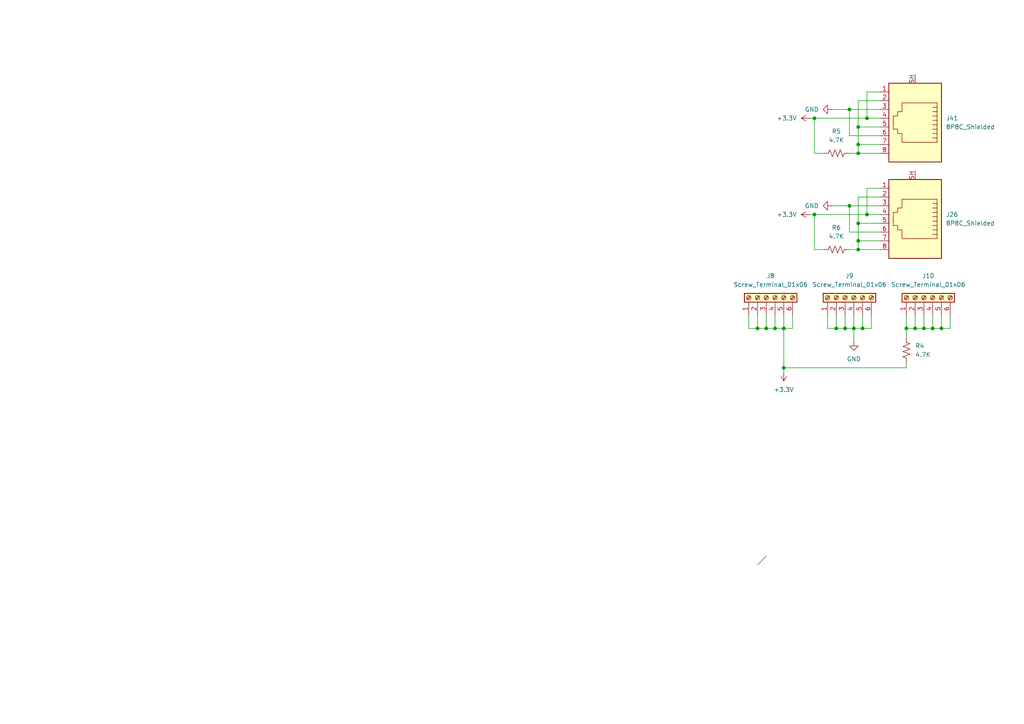
<source format=kicad_sch>
(kicad_sch (version 20230121) (generator eeschema)
  (paper "A4")
  (lib_symbols
    (symbol "Connector:8P8C_Shielded" (pin_names (offset 1.016))
      (property "Reference" "J" (at -5.08 13.97 0))
      (property "Value" "8P8C_Shielded" (at 2.54 13.97 0))
      (symbol "8P8C_Shielded_0_1"
        (polyline (pts (xy -5.08 4.445) (xy -6.35 4.445)))
        (polyline (pts (xy -5.08 5.715) (xy -6.35 5.715)))
        (polyline (pts (xy -6.35 -3.175) (xy -5.08 -3.175) (xy -5.08 -3.175)))
        (polyline (pts (xy -6.35 -1.905) (xy -5.08 -1.905) (xy -5.08 -1.905)))
        (polyline (pts (xy -6.35 -0.635) (xy -5.08 -0.635) (xy -5.08 -0.635)))
        (polyline (pts (xy -6.35 0.635) (xy -5.08 0.635) (xy -5.08 0.635)))
        (polyline (pts (xy -6.35 1.905) (xy -5.08 1.905) (xy -5.08 1.905)))
        (polyline (pts (xy -5.08 3.175) (xy -6.35 3.175) (xy -6.35 3.175)))
        (polyline (pts (xy -6.35 -4.445) (xy -6.35 6.985) (xy 3.81 6.985) (xy 3.81 4.445) (xy 5.08 4.445) (xy 5.08 3.175) (xy 6.35 3.175) (xy 6.35 -0.635) (xy 5.08 -0.635) (xy 5.08 -1.905) (xy 3.81 -1.905) (xy 3.81 -4.445) (xy -6.35 -4.445) (xy -6.35 -4.445)))
        (rectangle (start 7.62 12.7) (end -7.62 -10.16) (stroke (width 0.254)) (fill (type background)))
      )
      (symbol "8P8C_Shielded_1_1"
        (pin passive line (at 10.16 -7.62 180) (length 2.54) (name "~") (number "1"))
        (pin passive line (at 10.16 -5.08 180) (length 2.54) (name "~") (number "2"))
        (pin passive line (at 10.16 -2.54 180) (length 2.54) (name "~") (number "3"))
        (pin passive line (at 10.16 0 180) (length 2.54) (name "~") (number "4"))
        (pin passive line (at 10.16 2.54 180) (length 2.54) (name "~") (number "5"))
        (pin passive line (at 10.16 5.08 180) (length 2.54) (name "~") (number "6"))
        (pin passive line (at 10.16 7.62 180) (length 2.54) (name "~") (number "7"))
        (pin passive line (at 10.16 10.16 180) (length 2.54) (name "~") (number "8"))
        (pin passive line (at 0 -12.7 90) (length 2.54) (name "~") (number "SH"))
      )
    )
    (symbol "Connector:Screw_Terminal_01x06" (pin_names (offset 1.016) hide)
      (property "Reference" "J" (at 0 7.62 0))
      (property "Value" "Screw_Terminal_01x06" (at 0 -10.16 0))
      (symbol "Screw_Terminal_01x06_1_1"
        (rectangle (start -1.27 6.35) (end 1.27 -8.89) (stroke (width 0.254)) (fill (type background)))
        (circle (center 0 -7.62) (radius 0.635) (stroke (width 0.1524)))
        (circle (center 0 -5.08) (radius 0.635) (stroke (width 0.1524)))
        (circle (center 0 -2.54) (radius 0.635) (stroke (width 0.1524)))
        (polyline (pts (xy -0.5334 -7.2898) (xy 0.3302 -8.128)) (stroke (width 0.1524)))
        (polyline (pts (xy -0.5334 -4.7498) (xy 0.3302 -5.588)) (stroke (width 0.1524)))
        (polyline (pts (xy -0.5334 -2.2098) (xy 0.3302 -3.048)) (stroke (width 0.1524)))
        (polyline (pts (xy -0.5334 0.3302) (xy 0.3302 -0.508)) (stroke (width 0.1524)))
        (polyline (pts (xy -0.5334 2.8702) (xy 0.3302 2.032)) (stroke (width 0.1524)))
        (polyline (pts (xy -0.5334 5.4102) (xy 0.3302 4.572)) (stroke (width 0.1524)))
        (polyline (pts (xy -0.3556 -7.112) (xy 0.508 -7.9502)) (stroke (width 0.1524)))
        (polyline (pts (xy -0.3556 -4.572) (xy 0.508 -5.4102)) (stroke (width 0.1524)))
        (polyline (pts (xy -0.3556 -2.032) (xy 0.508 -2.8702)) (stroke (width 0.1524)))
        (polyline (pts (xy -0.3556 0.508) (xy 0.508 -0.3302)) (stroke (width 0.1524)))
        (polyline (pts (xy -0.3556 3.048) (xy 0.508 2.2098)) (stroke (width 0.1524)))
        (polyline (pts (xy -0.3556 5.588) (xy 0.508 4.7498)) (stroke (width 0.1524)))
        (circle (center 0 0) (radius 0.635) (stroke (width 0.1524)))
        (circle (center 0 2.54) (radius 0.635) (stroke (width 0.1524)))
        (circle (center 0 5.08) (radius 0.635) (stroke (width 0.1524)))
        (pin passive line (at -5.08 5.08 0) (length 3.81) (name "Pin_1") (number "1"))
        (pin passive line (at -5.08 2.54 0) (length 3.81) (name "Pin_2") (number "2"))
        (pin passive line (at -5.08 0 0) (length 3.81) (name "Pin_3") (number "3"))
        (pin passive line (at -5.08 -2.54 0) (length 3.81) (name "Pin_4") (number "4"))
        (pin passive line (at -5.08 -5.08 0) (length 3.81) (name "Pin_5") (number "5"))
        (pin passive line (at -5.08 -7.62 0) (length 3.81) (name "Pin_6") (number "6"))
      )
    )
    (symbol "Device:R_US" (pin_numbers hide) (pin_names (offset 0))
      (property "Reference" "R" (at 2.54 0 90))
      (property "Value" "R_US" (at -2.54 0 90))
      (symbol "R_US_0_1"
        (polyline (pts (xy 0 -2.286) (xy 0 -2.54)))
        (polyline (pts (xy 0 2.286) (xy 0 2.54)))
        (polyline (pts (xy 0 -0.762) (xy 1.016 -1.143) (xy 0 -1.524) (xy -1.016 -1.905) (xy 0 -2.286)))
        (polyline (pts (xy 0 0.762) (xy 1.016 0.381) (xy 0 0) (xy -1.016 -0.381) (xy 0 -0.762)))
        (polyline (pts (xy 0 2.286) (xy 1.016 1.905) (xy 0 1.524) (xy -1.016 1.143) (xy 0 0.762)))
      )
      (symbol "R_US_1_1"
        (pin passive line (at 0 3.81 270) (length 1.27) (name "~") (number "1"))
        (pin passive line (at 0 -3.81 90) (length 1.27) (name "~") (number "2"))
      )
    )
    (symbol "power:+3.3V" (power) (pin_names (offset 0))
      (property "Value" "+3.3V" (at 0 3.556 0))
      (symbol "+3.3V_0_1"
        (polyline (pts (xy -0.762 1.27) (xy 0 2.54)))
        (polyline (pts (xy 0 0) (xy 0 2.54)))
        (polyline (pts (xy 0 2.54) (xy 0.762 1.27)))
      )
      (symbol "+3.3V_1_1"
        (pin power_in line (at 0 0 90) (length 0) hide (name "+3.3V") (number "1"))
      )
    )
    (symbol "power:GND" (power) (pin_names (offset 0))
      (property "Value" "GND" (at 0 -3.81 0))
      (symbol "GND_0_1"
        (polyline (pts (xy 0 0) (xy 0 -1.27) (xy 1.27 -1.27) (xy 0 -2.54) (xy -1.27 -1.27) (xy 0 -1.27)))
      )
      (symbol "GND_1_1"
        (pin power_in line (at 0 0 270) (length 0) hide (name "GND") (number "1"))
      )
    )
  )
  (junction (at 246.38 59.69))
  (junction (at 267.97 95.25))
  (junction (at 251.46 34.29))
  (junction (at 219.71 95.25))
  (junction (at 265.43 95.25))
  (junction (at 246.38 31.75))
  (junction (at 273.05 95.25))
  (junction (at 248.92 64.77))
  (junction (at 251.46 62.23))
  (junction (at 270.51 95.25))
  (junction (at 248.92 44.45))
  (junction (at 248.92 41.91))
  (junction (at 248.92 69.85))
  (junction (at 262.89 95.25))
  (junction (at 242.57 95.25))
  (junction (at 227.33 95.25))
  (junction (at 247.65 95.25))
  (junction (at 248.92 36.83))
  (junction (at 245.11 95.25))
  (junction (at 222.25 95.25))
  (junction (at 236.22 62.23))
  (junction (at 248.92 72.39))
  (junction (at 250.19 95.25))
  (junction (at 236.22 34.29))
  (junction (at 224.79 95.25))
  (junction (at 227.33 106.68))
  (bus_entry (at 219.71 163.83) (size 2.54 -2.54))
  (wire (pts (xy 248.92 69.85) (xy 255.27 69.85)))
  (wire (pts (xy 250.19 91.44) (xy 250.19 95.25)))
  (wire (pts (xy 247.65 95.25) (xy 250.19 95.25)))
  (wire (pts (xy 251.46 26.67) (xy 255.27 26.67)))
  (wire (pts (xy 265.43 95.25) (xy 267.97 95.25)))
  (wire (pts (xy 234.95 62.23) (xy 236.22 62.23)))
  (wire (pts (xy 255.27 62.23) (xy 251.46 62.23)))
  (wire (pts (xy 248.92 44.45) (xy 248.92 41.91)))
  (wire (pts (xy 262.89 106.68) (xy 227.33 106.68)))
  (wire (pts (xy 245.11 95.25) (xy 247.65 95.25)))
  (wire (pts (xy 248.92 64.77) (xy 255.27 64.77)))
  (wire (pts (xy 265.43 91.44) (xy 265.43 95.25)))
  (wire (pts (xy 262.89 91.44) (xy 262.89 95.25)))
  (wire (pts (xy 262.89 95.25) (xy 262.89 97.79)))
  (wire (pts (xy 248.92 64.77) (xy 248.92 69.85)))
  (wire (pts (xy 219.71 91.44) (xy 219.71 95.25)))
  (wire (pts (xy 246.38 67.31) (xy 255.27 67.31)))
  (wire (pts (xy 252.73 91.44) (xy 252.73 95.25)))
  (wire (pts (xy 236.22 44.45) (xy 238.76 44.45)))
  (wire (pts (xy 267.97 91.44) (xy 267.97 95.25)))
  (wire (pts (xy 251.46 54.61) (xy 251.46 62.23)))
  (wire (pts (xy 241.3 59.69) (xy 246.38 59.69)))
  (wire (pts (xy 255.27 34.29) (xy 251.46 34.29)))
  (wire (pts (xy 247.65 91.44) (xy 247.65 95.25)))
  (wire (pts (xy 248.92 36.83) (xy 255.27 36.83)))
  (wire (pts (xy 248.92 36.83) (xy 248.92 41.91)))
  (wire (pts (xy 255.27 72.39) (xy 248.92 72.39)))
  (wire (pts (xy 251.46 54.61) (xy 255.27 54.61)))
  (wire (pts (xy 273.05 95.25) (xy 275.59 95.25)))
  (wire (pts (xy 255.27 44.45) (xy 248.92 44.45)))
  (wire (pts (xy 236.22 34.29) (xy 236.22 44.45)))
  (wire (pts (xy 236.22 72.39) (xy 238.76 72.39)))
  (wire (pts (xy 246.38 31.75) (xy 246.38 39.37)))
  (wire (pts (xy 248.92 72.39) (xy 248.92 69.85)))
  (wire (pts (xy 242.57 95.25) (xy 245.11 95.25)))
  (wire (pts (xy 270.51 95.25) (xy 273.05 95.25)))
  (wire (pts (xy 265.43 95.25) (xy 262.89 95.25)))
  (wire (pts (xy 240.03 95.25) (xy 240.03 91.44)))
  (wire (pts (xy 246.38 59.69) (xy 246.38 67.31)))
  (wire (pts (xy 250.19 95.25) (xy 252.73 95.25)))
  (wire (pts (xy 229.87 91.44) (xy 229.87 95.25)))
  (wire (pts (xy 219.71 95.25) (xy 222.25 95.25)))
  (wire (pts (xy 217.17 95.25) (xy 217.17 91.44)))
  (wire (pts (xy 247.65 99.06) (xy 247.65 95.25)))
  (wire (pts (xy 255.27 59.69) (xy 246.38 59.69)))
  (wire (pts (xy 245.11 91.44) (xy 245.11 95.25)))
  (wire (pts (xy 227.33 107.95) (xy 227.33 106.68)))
  (wire (pts (xy 246.38 39.37) (xy 255.27 39.37)))
  (wire (pts (xy 240.03 95.25) (xy 242.57 95.25)))
  (wire (pts (xy 246.38 44.45) (xy 248.92 44.45)))
  (wire (pts (xy 273.05 91.44) (xy 273.05 95.25)))
  (wire (pts (xy 227.33 91.44) (xy 227.33 95.25)))
  (wire (pts (xy 248.92 57.15) (xy 248.92 64.77)))
  (wire (pts (xy 270.51 91.44) (xy 270.51 95.25)))
  (wire (pts (xy 275.59 95.25) (xy 275.59 91.44)))
  (wire (pts (xy 242.57 91.44) (xy 242.57 95.25)))
  (wire (pts (xy 251.46 26.67) (xy 251.46 34.29)))
  (wire (pts (xy 255.27 29.21) (xy 248.92 29.21)))
  (wire (pts (xy 236.22 34.29) (xy 251.46 34.29)))
  (wire (pts (xy 241.3 31.75) (xy 246.38 31.75)))
  (wire (pts (xy 255.27 31.75) (xy 246.38 31.75)))
  (wire (pts (xy 236.22 62.23) (xy 236.22 72.39)))
  (wire (pts (xy 224.79 95.25) (xy 227.33 95.25)))
  (wire (pts (xy 222.25 95.25) (xy 224.79 95.25)))
  (wire (pts (xy 236.22 62.23) (xy 251.46 62.23)))
  (wire (pts (xy 227.33 95.25) (xy 229.87 95.25)))
  (wire (pts (xy 246.38 72.39) (xy 248.92 72.39)))
  (wire (pts (xy 217.17 95.25) (xy 219.71 95.25)))
  (wire (pts (xy 248.92 29.21) (xy 248.92 36.83)))
  (wire (pts (xy 267.97 95.25) (xy 270.51 95.25)))
  (wire (pts (xy 262.89 105.41) (xy 262.89 106.68)))
  (wire (pts (xy 224.79 91.44) (xy 224.79 95.25)))
  (wire (pts (xy 248.92 41.91) (xy 255.27 41.91)))
  (wire (pts (xy 234.95 34.29) (xy 236.22 34.29)))
  (wire (pts (xy 227.33 106.68) (xy 227.33 95.25)))
  (wire (pts (xy 222.25 91.44) (xy 222.25 95.25)))
  (wire (pts (xy 255.27 57.15) (xy 248.92 57.15)))
  (symbol (lib_id "power:GND") (at 247.65 99.06 0) (unit 1)
    (property "Reference" "#PWR010" (effects hide))
    (property "Value" "GND" (at 247.65 104.14 0))
  )
  (symbol (lib_id "Connector:Screw_Terminal_01x06") (at 267.97 86.36 90) (unit 1)
    (property "Reference" "J10" (at 269.24 80.01 90))
    (property "Value" "Screw_Terminal_01x06" (at 269.24 82.55 90))
  )
  (symbol (lib_id "Connector:Screw_Terminal_01x06") (at 222.25 86.36 90) (unit 1)
    (property "Reference" "J8" (at 223.52 80.01 90))
    (property "Value" "Screw_Terminal_01x06" (at 223.52 82.55 90))
  )
  (symbol (lib_id "Device:R_US") (at 242.57 44.45 90) (unit 1)
    (property "Reference" "R5" (at 242.57 38.1 90))
    (property "Value" "4.7K" (at 242.57 40.64 90))
  )
  (symbol (lib_id "Connector:Screw_Terminal_01x06") (at 245.11 86.36 90) (unit 1)
    (property "Reference" "J9" (at 246.38 80.01 90))
    (property "Value" "Screw_Terminal_01x06" (at 246.38 82.55 90))
  )
  (symbol (lib_id "Device:R_US") (at 242.57 72.39 90) (unit 1)
    (property "Reference" "R6" (at 242.57 66.04 90))
    (property "Value" "4.7K" (at 242.57 68.58 90))
  )
  (symbol (lib_id "Connector:8P8C_Shielded") (at 265.43 34.29 180) (unit 1)
    (property "Reference" "J41" (at 274.32 34.29 0) (effects (justify right)))
    (property "Value" "8P8C_Shielded" (at 274.32 36.83 0) (effects (justify right)))
    (property "Footprint" "Connector_RJ:RJ45_HALO_HFJ11-x2450HRL_Horizontal" (effects hide))
  )
  (symbol (lib_id "power:GND") (at 241.3 31.75 270) (unit 1)
    (property "Reference" "#PWR013" (effects hide))
    (property "Value" "GND" (at 237.49 31.75 90) (effects (justify right)))
  )
  (symbol (lib_id "power:GND") (at 241.3 59.69 270) (unit 1)
    (property "Reference" "#PWR015" (effects hide))
    (property "Value" "GND" (at 237.49 59.69 90) (effects (justify right)))
  )
  (symbol (lib_id "power:+3.3V") (at 234.95 34.29 90) (unit 1)
    (property "Reference" "#PWR012" (effects hide))
    (property "Value" "+3.3V" (at 231.14 34.29 90) (effects (justify left)))
  )
  (symbol (lib_id "Device:R_US") (at 262.89 101.6 0) (unit 1)
    (property "Reference" "R4" (at 265.43 100.33 0) (effects (justify left)))
    (property "Value" "4.7K" (at 265.43 102.87 0) (effects (justify left)))
  )
  (symbol (lib_id "Connector:8P8C_Shielded") (at 265.43 62.23 180) (unit 1)
    (property "Reference" "J26" (at 274.32 62.23 0) (effects (justify right)))
    (property "Value" "8P8C_Shielded" (at 274.32 64.77 0) (effects (justify right)))
    (property "Footprint" "Connector_RJ:RJ45_HALO_HFJ11-x2450HRL_Horizontal" (effects hide))
  )
  (symbol (lib_id "power:+3.3V") (at 227.33 107.95 180) (unit 1)
    (property "Reference" "#PWR011" (effects hide))
    (property "Value" "+3.3V" (at 227.33 113.03 0))
  )
  (symbol (lib_id "power:+3.3V") (at 234.95 62.23 90) (unit 1)
    (property "Reference" "#PWR014" (effects hide))
    (property "Value" "+3.3V" (at 231.14 62.23 90) (effects (justify left)))
  )
)
</source>
